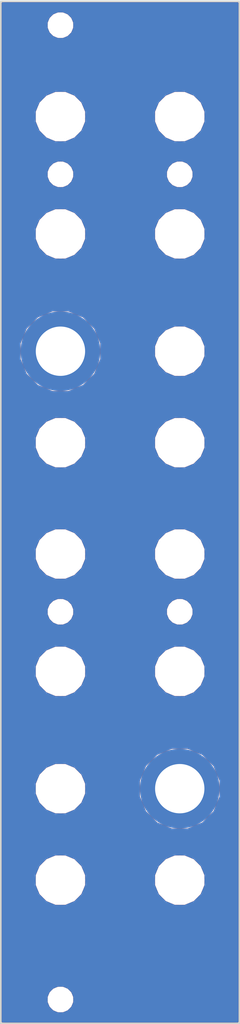
<source format=kicad_pcb>
(kicad_pcb (version 20171130) (host pcbnew "(5.0.0)")
  (layers (0 F.Cu signal) (31 B.Cu signal) (34 B.Paste user hide) (35 F.Paste user hide) (36 B.SilkS user hide) (37 F.SilkS user hide) (38 B.Mask user) (39 F.Mask user) (44 Edge.Cuts user))
  (net 0 "")
  (module Coriolis-KiCad:twobytwo_tone_panel (layer F.Cu) (at 14.65 64.2)
    (fp_text reference G*** hide)
    (fp_text value LOGO hide)
  )
  (module modular:jack_hole (layer F.Cu) (at 22.5 44)
    (fp_text reference REF** (at 0 -0.25) (layer F.SilkS))
    (fp_text value 1pin)
    (pad "" thru_hole circle (at 0 -0.01) (size 6.2 6.2) (drill 6.2) (layers *.Cu *.Mask))
  )
  (module modular:jack_hole (layer F.Cu) (at 22.5 110.5)
    (fp_text reference REF** (at 0 -0.25) (layer F.SilkS))
    (fp_text value 1pin)
    (pad "" thru_hole circle (at 0 -0.01) (size 6.2 6.2) (drill 6.2) (layers *.Cu *.Mask))
  )
  (module modular:1pin_no_silk_outline (layer F.Cu) (at 22.5 76.75)
    (fp_text reference REF** hide)
    (fp_text value 1pin hide)
    (pad "" thru_hole circle (at 0 0) (size 3.2 3.2) (drill 3.2) (layers *.Cu *.Mask))
  )
  (module modular:1pin_no_silk_outline (layer F.Cu) (at 22.5 21.75)
    (fp_text reference REF** hide)
    (fp_text value 1pin hide)
    (pad "" thru_hole circle (at 0 0) (size 3.2 3.2) (drill 3.2) (layers *.Cu *.Mask))
  )
  (module modular:jack_hole (layer F.Cu) (at 22.5 55.5)
    (fp_text reference REF** (at 0 -0.25) (layer F.SilkS))
    (fp_text value 1pin)
    (pad "" thru_hole circle (at 0 -0.01) (size 6.2 6.2) (drill 6.2) (layers *.Cu *.Mask))
  )
  (module modular:jack_hole (layer F.Cu) (at 22.5 84.25)
    (fp_text reference REF** (at 0 -0.25) (layer F.SilkS))
    (fp_text value 1pin)
    (pad "" thru_hole circle (at 0 -0.01) (size 6.2 6.2) (drill 6.2) (layers *.Cu *.Mask))
  )
  (module modular:jack_hole (layer F.Cu) (at 22.5 14.5)
    (fp_text reference REF** (at 0 -0.25) (layer F.SilkS))
    (fp_text value 1pin)
    (pad "" thru_hole circle (at 0 -0.01) (size 6.2 6.2) (drill 6.2) (layers *.Cu *.Mask))
  )
  (module modular:jack_hole (layer F.Cu) (at 22.5 99)
    (fp_text reference REF** (at 0 -0.25) (layer F.SilkS))
    (fp_text value 1pin)
    (pad "" thru_hole circle (at 0 -0.01) (size 10 10) (drill 6.2) (layers *.Cu *.Mask))
  )
  (module modular:jack_hole (layer F.Cu) (at 22.5 29.25)
    (fp_text reference REF** (at 0 -0.25) (layer F.SilkS))
    (fp_text value 1pin)
    (pad "" thru_hole circle (at 0 -0.01) (size 6.2 6.2) (drill 6.2) (layers *.Cu *.Mask))
  )
  (module modular:jack_hole (layer F.Cu) (at 22.5 69.5)
    (fp_text reference REF** (at 0 -0.25) (layer F.SilkS))
    (fp_text value 1pin)
    (pad "" thru_hole circle (at 0 -0.01) (size 6.2 6.2) (drill 6.2) (layers *.Cu *.Mask))
  )
  (module modular:1pin_no_silk_outline (layer F.Cu) (at 7.5 3)
    (fp_text reference REF** hide)
    (fp_text value 1pin hide)
    (pad "" thru_hole circle (at 0 0) (size 3.2 3.2) (drill 3.2) (layers *.Cu *.Mask))
  )
  (module modular:1pin_no_silk_outline (layer F.Cu) (at 7.5 125.5)
    (fp_text reference REF** hide)
    (fp_text value 1pin hide)
    (pad "" thru_hole circle (at 0 0) (size 3.2 3.2) (drill 3.2) (layers *.Cu *.Mask))
  )
  (module modular:jack_hole (layer F.Cu) (at 7.5 14.5)
    (fp_text reference REF** (at 0 -0.25) (layer F.SilkS))
    (fp_text value 1pin)
    (pad "" thru_hole circle (at 0 -0.01) (size 6.2 6.2) (drill 6.2) (layers *.Cu *.Mask))
  )
  (module modular:jack_hole (layer F.Cu) (at 7.5 110.5)
    (fp_text reference REF** (at 0 -0.25) (layer F.SilkS))
    (fp_text value 1pin)
    (pad "" thru_hole circle (at 0 -0.01) (size 6.2 6.2) (drill 6.2) (layers *.Cu *.Mask))
  )
  (module modular:jack_hole (layer F.Cu) (at 7.5 99)
    (fp_text reference REF** (at 0 -0.25) (layer F.SilkS))
    (fp_text value 1pin)
    (pad "" thru_hole circle (at 0 -0.01) (size 6.2 6.2) (drill 6.2) (layers *.Cu *.Mask))
  )
  (module modular:jack_hole (layer F.Cu) (at 7.5 84.25)
    (fp_text reference REF** (at 0 -0.25) (layer F.SilkS))
    (fp_text value 1pin)
    (pad "" thru_hole circle (at 0 -0.01) (size 6.2 6.2) (drill 6.2) (layers *.Cu *.Mask))
  )
  (module modular:jack_hole (layer F.Cu) (at 7.5 69.5)
    (fp_text reference REF** (at 0 -0.25) (layer F.SilkS))
    (fp_text value 1pin)
    (pad "" thru_hole circle (at 0 -0.01) (size 6.2 6.2) (drill 6.2) (layers *.Cu *.Mask))
  )
  (module modular:jack_hole (layer F.Cu) (at 7.5 55.5)
    (fp_text reference REF** (at 0 -0.25) (layer F.SilkS))
    (fp_text value 1pin)
    (pad "" thru_hole circle (at 0 -0.01) (size 6.2 6.2) (drill 6.2) (layers *.Cu *.Mask))
  )
  (module modular:jack_hole (layer F.Cu) (at 7.5 29.25)
    (fp_text reference REF** (at 0 -0.25) (layer F.SilkS))
    (fp_text value 1pin)
    (pad "" thru_hole circle (at 0 -0.01) (size 6.2 6.2) (drill 6.2) (layers *.Cu *.Mask))
  )
  (module modular:jack_hole (layer F.Cu) (at 7.5 44)
    (fp_text reference REF** (at 0 -0.25) (layer F.SilkS))
    (fp_text value 1pin)
    (pad "" thru_hole circle (at 0 -0.01) (size 10 10) (drill 6.2) (layers *.Cu *.Mask))
  )
  (module modular:1pin_no_silk_outline (layer F.Cu) (at 7.5 21.75)
    (fp_text reference REF** hide)
    (fp_text value 1pin hide)
    (pad "" thru_hole circle (at 0 0) (size 3.2 3.2) (drill 3.2) (layers *.Cu *.Mask))
  )
  (module modular:1pin_no_silk_outline (layer F.Cu) (at 7.5 76.75)
    (fp_text reference REF** hide)
    (fp_text value 1pin hide)
    (pad "" thru_hole circle (at 0 0) (size 3.2 3.2) (drill 3.2) (layers *.Cu *.Mask))
  )
  (gr_line (start 30 0) (end 30 128.5) (layer Edge.Cuts) (width 0.2))
  (gr_line (start 0 128.5) (end 0 0) (layer Edge.Cuts) (width 0.2))
  (gr_line (start 0 0) (end 30 0) (layer Edge.Cuts) (width 0.2))
  (gr_line (start 30 128.5) (end 0 128.5) (layer Edge.Cuts) (width 0.2))
  (zone (net 0) (net_name "") (layer B.Cu) (connect_pads yes (clearance 0.01)) (min_thickness 0.254) (fill yes (arc_segments 16) (thermal_gap 0.508) (thermal_bridge_width 0.508))
    (polygon (pts (xy 0 0) (xy 29.972 0) (xy 30 128.5) (xy 0 128.5)))
  )
  (zone (net 0) (net_name "") (layer F.Cu) (connect_pads no (clearance 0)) (min_thickness 0.254) (fill yes (arc_segments 16) (thermal_gap 0) (thermal_bridge_width 0.508))
    (polygon (pts (xy 0 0) (xy 30 0) (xy 30 128.5) (xy 0 128.5)))
  )
)
</source>
